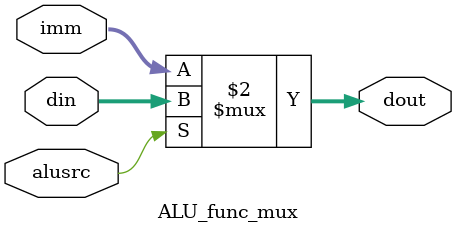
<source format=v>
`timescale 1ns / 1ps

//ALU Ç°µÄ¹¦ÄÜmux
module ALU_func_mux(
            input [31:0] din,imm,
            input alusrc,
            output [31:0] dout
    );
    
            assign dout = (alusrc == 1'b1)  ?   din     :       imm;
endmodule

</source>
